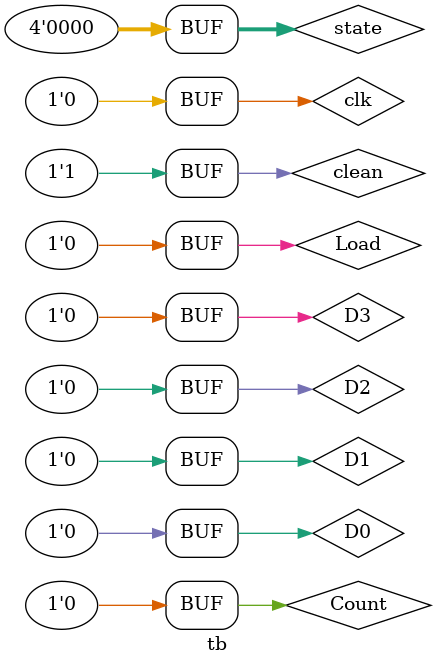
<source format=v>

/*******************************************************************************
 *
 * simulation source: [tb.v]
 *
 ******************************************************************************/

//`define SIM_CYCLE 'h400000000

//
// small value for testing
//
`define SIM_CYCLE 5000
//`timescale 100s/1s
module tb;
reg   Load;
reg   Count;
reg			clk;
reg		[3:0]	state;
reg		  D0;
reg		  D1;
reg		  D2;
reg		 	D3;
reg   clean;
wire   Q0;
wire   Q1;
wire	  Q2;
wire	  Q3;
wire   CO;
initial begin
  state=4'b0000;
  Load = 0;
  Count= 0;
  clean= 0;
  D0 = 0;
  D1 = 0;
  D2 = 0;
  D3 = 0;
  #20
    clean= 1;
  #30
    Count=1; 
  #40
    Count=0;
  #40
    Count=1; 
  #40
    Count=0;
  #40
    Count=1; 
  #40
    Count=0;
  #40
    Count=1; 
  #40
    Count=0;
  #40
    Count=1;
  #40
    Count=0;
  #40
    Count=1; 
  #40
    Count=0;
  #40
    Count=1; 
  #40
    Count=0;
  #40
    Count=1; 
  #40
    Count=0;
  #40
    Count=1; 
   #40
    Count=0;
  
end
always begin
  //@(posedge clk);
    # 20 clk = 1; 
    # 20 clk = ~clk;
end
lab04 m(
	.D0(D0),
	.D1(D1),
	.D2(D2),
	.D3(D3),
	.clk(clk),
	.Load(Load),
	.Count(Count),
	.clean(clean),
	.Q0(Q0),
	.Q1(Q1),
	.Q2(Q2),
	.Q3(Q3),
	.CO(CO)
);
endmodule
</source>
